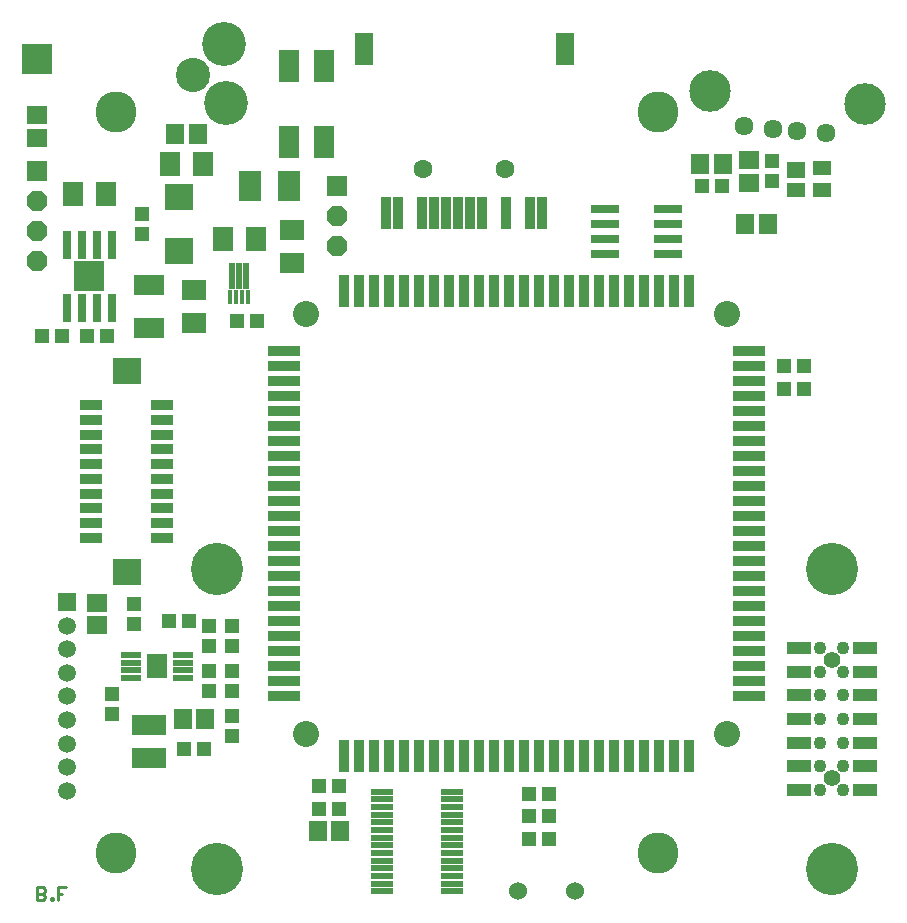
<source format=gts>
G75*
G70*
%OFA0B0*%
%FSLAX24Y24*%
%IPPOS*%
%LPD*%
%AMOC8*
5,1,8,0,0,1.08239X$1,22.5*
%
%ADD10C,0.1370*%
%ADD11C,0.1740*%
%ADD12R,0.1000X0.1000*%
%ADD13R,0.0375X0.1064*%
%ADD14R,0.1064X0.0375*%
%ADD15C,0.0867*%
%ADD16R,0.0360X0.1064*%
%ADD17R,0.0631X0.1080*%
%ADD18C,0.0631*%
%ADD19C,0.1464*%
%ADD20C,0.1143*%
%ADD21C,0.0634*%
%ADD22C,0.1386*%
%ADD23R,0.0592X0.0671*%
%ADD24R,0.0946X0.0316*%
%ADD25R,0.0671X0.0592*%
%ADD26R,0.0647X0.0474*%
%ADD27R,0.0647X0.0552*%
%ADD28R,0.0474X0.0513*%
%ADD29R,0.0513X0.0474*%
%ADD30C,0.0434*%
%ADD31R,0.0789X0.0434*%
%ADD32C,0.0549*%
%ADD33R,0.0781X0.0245*%
%ADD34R,0.0595X0.0595*%
%ADD35C,0.0595*%
%ADD36C,0.0600*%
%ADD37R,0.0710X0.0237*%
%ADD38R,0.0698X0.0824*%
%ADD39R,0.0674X0.0674*%
%ADD40OC8,0.0674*%
%ADD41R,0.0316X0.0946*%
%ADD42R,0.0986X0.0986*%
%ADD43R,0.0671X0.1064*%
%ADD44R,0.0710X0.0789*%
%ADD45R,0.0749X0.0356*%
%ADD46R,0.0946X0.0867*%
%ADD47R,0.0940X0.0880*%
%ADD48R,0.1025X0.0671*%
%ADD49R,0.0789X0.0710*%
%ADD50R,0.0198X0.0867*%
%ADD51R,0.0178X0.0474*%
%ADD52R,0.0730X0.0986*%
%ADD53R,0.1143X0.0710*%
%ADD54C,0.0090*%
%ADD55C,0.0671*%
D10*
X003610Y002450D03*
X021680Y002450D03*
X021680Y027150D03*
X003610Y027150D03*
D11*
X006970Y011930D03*
X006970Y001930D03*
X027470Y001930D03*
X027470Y011930D03*
D12*
X000970Y028930D03*
D13*
X011220Y021180D03*
X011720Y021180D03*
X012220Y021180D03*
X012720Y021180D03*
X013220Y021180D03*
X013720Y021180D03*
X014220Y021180D03*
X014720Y021180D03*
X015220Y021180D03*
X015720Y021180D03*
X016220Y021180D03*
X016720Y021180D03*
X017220Y021180D03*
X017720Y021180D03*
X018220Y021180D03*
X018720Y021180D03*
X019220Y021180D03*
X019720Y021180D03*
X020220Y021180D03*
X020720Y021180D03*
X021220Y021180D03*
X021720Y021180D03*
X022220Y021180D03*
X022720Y021180D03*
X022720Y005680D03*
X022220Y005680D03*
X021720Y005680D03*
X021220Y005680D03*
X020720Y005680D03*
X020220Y005680D03*
X019720Y005680D03*
X019220Y005680D03*
X018720Y005680D03*
X018220Y005680D03*
X017720Y005680D03*
X017220Y005680D03*
X016720Y005680D03*
X016220Y005680D03*
X015720Y005680D03*
X015220Y005680D03*
X014720Y005680D03*
X014220Y005680D03*
X013720Y005680D03*
X013220Y005680D03*
X012720Y005680D03*
X012220Y005680D03*
X011720Y005680D03*
X011220Y005680D03*
D14*
X009220Y007680D03*
X009220Y008180D03*
X009220Y008680D03*
X009220Y009180D03*
X009220Y009680D03*
X009220Y010180D03*
X009220Y010680D03*
X009220Y011180D03*
X009220Y011680D03*
X009220Y012180D03*
X009220Y012680D03*
X009220Y013180D03*
X009220Y013680D03*
X009220Y014180D03*
X009220Y014680D03*
X009220Y015180D03*
X009220Y015680D03*
X009220Y016180D03*
X009220Y016680D03*
X009220Y017180D03*
X009220Y017680D03*
X009220Y018180D03*
X009220Y018680D03*
X009220Y019180D03*
X024720Y019180D03*
X024720Y018680D03*
X024720Y018180D03*
X024720Y017680D03*
X024720Y017180D03*
X024720Y016680D03*
X024720Y016180D03*
X024720Y015680D03*
X024720Y015180D03*
X024720Y014680D03*
X024720Y014180D03*
X024720Y013680D03*
X024720Y013180D03*
X024720Y012680D03*
X024720Y012180D03*
X024720Y011680D03*
X024720Y011180D03*
X024720Y010680D03*
X024720Y010180D03*
X024720Y009680D03*
X024720Y009180D03*
X024720Y008680D03*
X024720Y008180D03*
X024720Y007680D03*
D15*
X023978Y006422D03*
X023978Y020438D03*
X009962Y020438D03*
X009962Y006422D03*
D16*
X012610Y023808D03*
X013011Y023808D03*
X013814Y023808D03*
X014216Y023808D03*
X014618Y023808D03*
X015019Y023808D03*
X015421Y023808D03*
X015822Y023808D03*
X016626Y023808D03*
X017429Y023808D03*
X017830Y023808D03*
D17*
X018570Y029276D03*
X011870Y029276D03*
D18*
X013842Y025261D03*
X016598Y025261D03*
D19*
X007274Y027453D03*
X007205Y029421D03*
D20*
X006177Y028400D03*
D21*
X024541Y026691D03*
X025522Y026606D03*
X026306Y026537D03*
X027287Y026451D03*
D22*
X028584Y027413D03*
X023430Y027864D03*
D23*
X023096Y025430D03*
X023844Y025430D03*
X024596Y023430D03*
X025344Y023430D03*
X011094Y003180D03*
X010346Y003180D03*
X006594Y006930D03*
X005846Y006930D03*
X005596Y026430D03*
X006344Y026430D03*
D24*
X019920Y023930D03*
X019920Y023430D03*
X019920Y022930D03*
X019920Y022430D03*
X022020Y022430D03*
X022020Y022930D03*
X022020Y023430D03*
X022020Y023930D03*
D25*
X024720Y024806D03*
X024720Y025554D03*
X002970Y010804D03*
X002970Y010056D03*
X000970Y026306D03*
X000970Y027054D03*
D26*
X026287Y024556D03*
X027153Y024556D03*
X027153Y025304D03*
D27*
X026287Y025225D03*
D28*
X025470Y025515D03*
X025470Y024845D03*
X007470Y010015D03*
X007470Y009345D03*
X006720Y009345D03*
X006720Y010015D03*
X006720Y008515D03*
X006720Y007845D03*
X007470Y007845D03*
X007470Y008515D03*
X007470Y007015D03*
X007470Y006345D03*
X004220Y010095D03*
X004220Y010765D03*
X003470Y007765D03*
X003470Y007095D03*
X004470Y023095D03*
X004470Y023765D03*
D29*
X007635Y020180D03*
X008305Y020180D03*
X003305Y019680D03*
X002635Y019680D03*
X001805Y019680D03*
X001135Y019680D03*
X005385Y010180D03*
X006055Y010180D03*
X005885Y005930D03*
X006555Y005930D03*
X010385Y004680D03*
X011055Y004680D03*
X011055Y003930D03*
X010385Y003930D03*
X017385Y003680D03*
X018055Y003680D03*
X018055Y004430D03*
X017385Y004430D03*
X017385Y002930D03*
X018055Y002930D03*
X025885Y017930D03*
X026555Y017930D03*
X026555Y018680D03*
X025885Y018680D03*
X023805Y024680D03*
X023135Y024680D03*
D30*
X027076Y009292D03*
X027864Y009292D03*
X027864Y008505D03*
X027864Y007717D03*
X027864Y006930D03*
X027076Y006930D03*
X027076Y007717D03*
X027076Y008505D03*
X027076Y006143D03*
X027864Y006143D03*
X027864Y005355D03*
X027076Y005355D03*
X027076Y004568D03*
X027864Y004568D03*
D31*
X028572Y004568D03*
X028572Y005355D03*
X028572Y006143D03*
X028572Y006930D03*
X028572Y007717D03*
X028572Y008505D03*
X028572Y009292D03*
X026368Y009292D03*
X026368Y008505D03*
X026368Y007717D03*
X026368Y006930D03*
X026368Y006143D03*
X026368Y005355D03*
X026368Y004568D03*
D32*
X027470Y004961D03*
X027470Y008899D03*
D33*
X014809Y004507D03*
X014809Y004251D03*
X014809Y003995D03*
X014809Y003739D03*
X014809Y003483D03*
X014809Y003227D03*
X014809Y002971D03*
X014809Y002715D03*
X014809Y002460D03*
X014809Y002204D03*
X014809Y001948D03*
X014809Y001692D03*
X014809Y001436D03*
X014809Y001180D03*
X012470Y001180D03*
X012470Y001436D03*
X012470Y001692D03*
X012470Y001948D03*
X012470Y002204D03*
X012470Y002460D03*
X012470Y002715D03*
X012470Y002971D03*
X012470Y003227D03*
X012470Y003483D03*
X012470Y003739D03*
X012470Y003995D03*
X012470Y004251D03*
X012470Y004507D03*
D34*
X001970Y010830D03*
D35*
X001970Y010042D03*
X001970Y009255D03*
X001970Y008467D03*
X001970Y007680D03*
X001970Y006893D03*
X001970Y006105D03*
X001970Y005318D03*
X001970Y004530D03*
D36*
X017020Y001180D03*
X018920Y001180D03*
D37*
X005836Y008296D03*
X005836Y008552D03*
X005836Y008808D03*
X005836Y009064D03*
X004104Y009064D03*
X004104Y008808D03*
X004104Y008552D03*
X004104Y008296D03*
D38*
X004970Y008680D03*
D39*
X010970Y024680D03*
X000970Y025180D03*
D40*
X000970Y024180D03*
X000970Y023180D03*
X000970Y022180D03*
X010970Y022680D03*
X010970Y023680D03*
D41*
X003470Y022730D03*
X002970Y022730D03*
X002470Y022730D03*
X001970Y022730D03*
X001970Y020630D03*
X002470Y020630D03*
X002970Y020630D03*
X003470Y020630D03*
D42*
X002720Y021680D03*
D43*
X009379Y026150D03*
X010561Y026150D03*
X010561Y028710D03*
X009379Y028710D03*
D44*
X006521Y025430D03*
X005419Y025430D03*
X003271Y024430D03*
X002169Y024430D03*
X007169Y022930D03*
X008271Y022930D03*
D45*
X005151Y017395D03*
X005151Y016902D03*
X005151Y016410D03*
X005151Y015918D03*
X005151Y015426D03*
X005151Y014934D03*
X005151Y014442D03*
X005151Y013950D03*
X005151Y013458D03*
X005151Y012965D03*
X002789Y012965D03*
X002789Y013458D03*
X002789Y013950D03*
X002789Y014442D03*
X002789Y014934D03*
X002789Y015426D03*
X002789Y015918D03*
X002789Y016410D03*
X002789Y016902D03*
X002789Y017395D03*
D46*
X003970Y018517D03*
X003970Y011843D03*
D47*
X005720Y022530D03*
X005720Y024330D03*
D48*
X004720Y021408D03*
X004720Y019952D03*
D49*
X006220Y020129D03*
X006220Y021231D03*
X009470Y022129D03*
X009470Y023231D03*
D50*
X007956Y021706D03*
X007720Y021706D03*
X007484Y021706D03*
D51*
X007425Y020997D03*
X007622Y020997D03*
X007818Y020997D03*
X008015Y020997D03*
D52*
X008070Y024680D03*
X009370Y024680D03*
D53*
X004720Y006731D03*
X004720Y005629D03*
D54*
X000990Y001315D02*
X000990Y000905D01*
X001195Y000905D01*
X001263Y000973D01*
X001263Y001042D01*
X001195Y001110D01*
X000990Y001110D01*
X001195Y001110D02*
X001263Y001179D01*
X001263Y001247D01*
X001195Y001315D01*
X000990Y001315D01*
X001450Y000973D02*
X001518Y000973D01*
X001518Y000905D01*
X001450Y000905D01*
X001450Y000973D01*
X001680Y000905D02*
X001680Y001315D01*
X001954Y001315D01*
X001817Y001110D02*
X001680Y001110D01*
D55*
X004970Y008680D03*
X002720Y021680D03*
M02*

</source>
